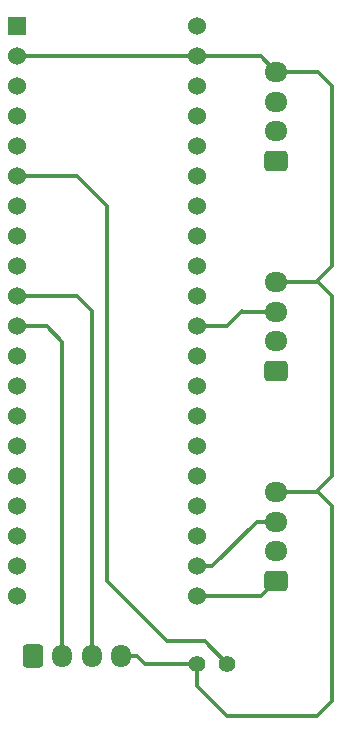
<source format=gbl>
G04 #@! TF.GenerationSoftware,KiCad,Pcbnew,6.0.2+dfsg-1*
G04 #@! TF.CreationDate,2022-08-28T17:00:04+02:00*
G04 #@! TF.ProjectId,serialMonster,73657269-616c-44d6-9f6e-737465722e6b,0.1*
G04 #@! TF.SameCoordinates,Original*
G04 #@! TF.FileFunction,Copper,L2,Bot*
G04 #@! TF.FilePolarity,Positive*
%FSLAX46Y46*%
G04 Gerber Fmt 4.6, Leading zero omitted, Abs format (unit mm)*
G04 Created by KiCad (PCBNEW 6.0.2+dfsg-1) date 2022-08-28 17:00:04*
%MOMM*%
%LPD*%
G01*
G04 APERTURE LIST*
G04 Aperture macros list*
%AMRoundRect*
0 Rectangle with rounded corners*
0 $1 Rounding radius*
0 $2 $3 $4 $5 $6 $7 $8 $9 X,Y pos of 4 corners*
0 Add a 4 corners polygon primitive as box body*
4,1,4,$2,$3,$4,$5,$6,$7,$8,$9,$2,$3,0*
0 Add four circle primitives for the rounded corners*
1,1,$1+$1,$2,$3*
1,1,$1+$1,$4,$5*
1,1,$1+$1,$6,$7*
1,1,$1+$1,$8,$9*
0 Add four rect primitives between the rounded corners*
20,1,$1+$1,$2,$3,$4,$5,0*
20,1,$1+$1,$4,$5,$6,$7,0*
20,1,$1+$1,$6,$7,$8,$9,0*
20,1,$1+$1,$8,$9,$2,$3,0*%
G04 Aperture macros list end*
G04 #@! TA.AperFunction,ComponentPad*
%ADD10RoundRect,0.250000X0.725000X-0.600000X0.725000X0.600000X-0.725000X0.600000X-0.725000X-0.600000X0*%
G04 #@! TD*
G04 #@! TA.AperFunction,ComponentPad*
%ADD11O,1.950000X1.700000*%
G04 #@! TD*
G04 #@! TA.AperFunction,ComponentPad*
%ADD12C,1.400000*%
G04 #@! TD*
G04 #@! TA.AperFunction,ComponentPad*
%ADD13C,1.524000*%
G04 #@! TD*
G04 #@! TA.AperFunction,ComponentPad*
%ADD14R,1.524000X1.524000*%
G04 #@! TD*
G04 #@! TA.AperFunction,ComponentPad*
%ADD15RoundRect,0.250000X-0.600000X-0.725000X0.600000X-0.725000X0.600000X0.725000X-0.600000X0.725000X0*%
G04 #@! TD*
G04 #@! TA.AperFunction,ComponentPad*
%ADD16O,1.700000X1.950000*%
G04 #@! TD*
G04 #@! TA.AperFunction,Conductor*
%ADD17C,0.350000*%
G04 #@! TD*
G04 APERTURE END LIST*
D10*
X113390000Y-126305000D03*
D11*
X113390000Y-123805000D03*
X113390000Y-121305000D03*
X113390000Y-118805000D03*
D12*
X109220000Y-151130000D03*
X106680000Y-151130000D03*
D13*
X106680000Y-97155000D03*
X106680000Y-99695000D03*
X106680000Y-102235000D03*
X106680000Y-104775000D03*
X106680000Y-107315000D03*
X106680000Y-109855000D03*
X106680000Y-112395000D03*
X106680000Y-114935000D03*
X106680000Y-117475000D03*
X106680000Y-120015000D03*
X106680000Y-122555000D03*
X106680000Y-125095000D03*
X106680000Y-127635000D03*
X106680000Y-130175000D03*
X106680000Y-132715000D03*
X106680000Y-135255000D03*
X106680000Y-137795000D03*
X106680000Y-140335000D03*
X106680000Y-142875000D03*
X106680000Y-145415000D03*
X91440000Y-145415000D03*
X91440000Y-142875000D03*
X91440000Y-140335000D03*
X91440000Y-137795000D03*
X91440000Y-135255000D03*
X91440000Y-132715000D03*
X91440000Y-130175000D03*
X91440000Y-127635000D03*
X91440000Y-125095000D03*
X91440000Y-122555000D03*
X91440000Y-120015000D03*
X91440000Y-117475000D03*
X91440000Y-114935000D03*
X91440000Y-112395000D03*
X91440000Y-109855000D03*
X91440000Y-107315000D03*
X91440000Y-104775000D03*
X91440000Y-102235000D03*
X91440000Y-99695000D03*
D14*
X91440000Y-97155000D03*
D10*
X113390000Y-108525000D03*
D11*
X113390000Y-106025000D03*
X113390000Y-103525000D03*
X113390000Y-101025000D03*
D10*
X113390000Y-144085000D03*
D11*
X113390000Y-141585000D03*
X113390000Y-139085000D03*
X113390000Y-136585000D03*
D15*
X92770000Y-150495000D03*
D16*
X95270000Y-150495000D03*
X97770000Y-150495000D03*
X100270000Y-150495000D03*
D17*
X113390000Y-136585000D02*
X116900000Y-136585000D01*
X102235000Y-151130000D02*
X101600000Y-150495000D01*
X101600000Y-150495000D02*
X100270000Y-150495000D01*
X116900000Y-136585000D02*
X118110000Y-137795000D01*
X106680000Y-153035000D02*
X106680000Y-151130000D01*
X118110000Y-137795000D02*
X118110000Y-154305000D01*
X109220000Y-155575000D02*
X106680000Y-153035000D01*
X118110000Y-154305000D02*
X116840000Y-155575000D01*
X116840000Y-155575000D02*
X109220000Y-155575000D01*
X106680000Y-151130000D02*
X102235000Y-151130000D01*
X91440000Y-109855000D02*
X96520000Y-109855000D01*
X96520000Y-109855000D02*
X99060000Y-112395000D01*
X99060000Y-112395000D02*
X99060000Y-144145000D01*
X99060000Y-144145000D02*
X104140000Y-149225000D01*
X104140000Y-149225000D02*
X107315000Y-149225000D01*
X107315000Y-149225000D02*
X109220000Y-151130000D01*
X106680000Y-145415000D02*
X112060000Y-145415000D01*
X112060000Y-145415000D02*
X113390000Y-144085000D01*
X109220000Y-122555000D02*
X110490000Y-121285000D01*
X106680000Y-122555000D02*
X109220000Y-122555000D01*
X110490000Y-121285000D02*
X110510000Y-121305000D01*
X110510000Y-121305000D02*
X113390000Y-121305000D01*
X106680000Y-142875000D02*
X107950000Y-142875000D01*
X107950000Y-142875000D02*
X111740000Y-139085000D01*
X111740000Y-139085000D02*
X113390000Y-139085000D01*
X113390000Y-118805000D02*
X116900000Y-118805000D01*
X116900000Y-118805000D02*
X118110000Y-120015000D01*
X118110000Y-120015000D02*
X118110000Y-135255000D01*
X118110000Y-135255000D02*
X116780000Y-136585000D01*
X116780000Y-136585000D02*
X113390000Y-136585000D01*
X113390000Y-101025000D02*
X116900000Y-101025000D01*
X116900000Y-101025000D02*
X118110000Y-102235000D01*
X118110000Y-102235000D02*
X118110000Y-117475000D01*
X118110000Y-117475000D02*
X116780000Y-118805000D01*
X96520000Y-120015000D02*
X97790000Y-121285000D01*
X91440000Y-120015000D02*
X96520000Y-120015000D01*
X97790000Y-121285000D02*
X97770000Y-121305000D01*
X97770000Y-121305000D02*
X97770000Y-150495000D01*
X91440000Y-122555000D02*
X93980000Y-122555000D01*
X93980000Y-122555000D02*
X95270000Y-123845000D01*
X95270000Y-123845000D02*
X95270000Y-150495000D01*
X106680000Y-99695000D02*
X112060000Y-99695000D01*
X112060000Y-99695000D02*
X113390000Y-101025000D01*
X91440000Y-99695000D02*
X106680000Y-99695000D01*
M02*

</source>
